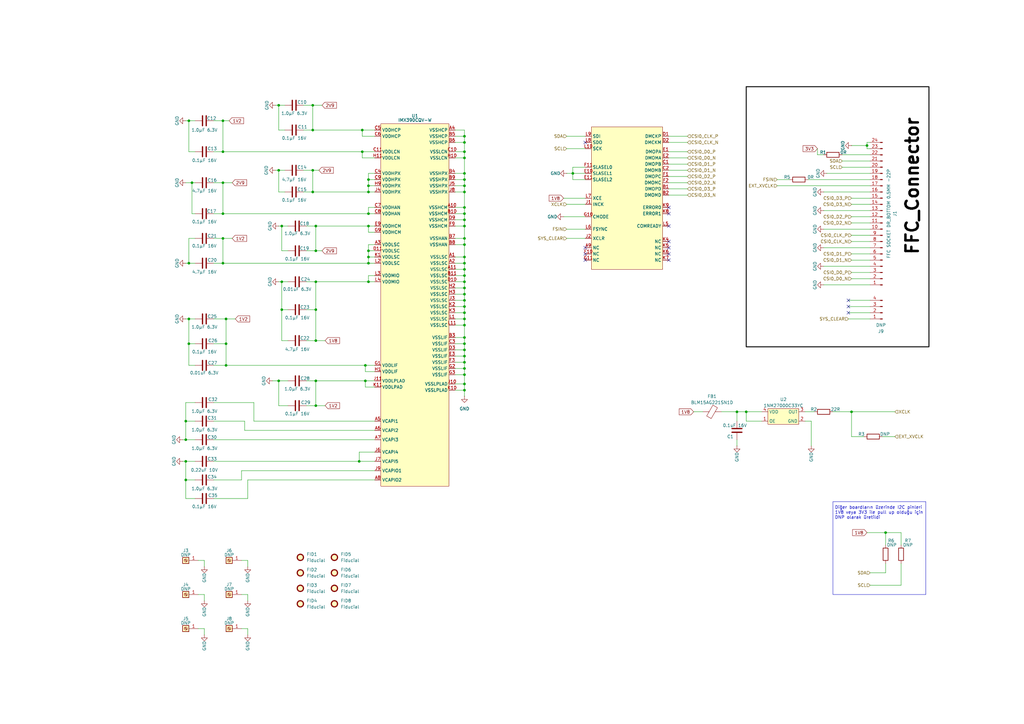
<source format=kicad_sch>
(kicad_sch (version 20250114) (generator "eeschema") (generator_version "9.0")
  (paper "A3")
  (rectangle (start 306.07 35.56) (end 381 142.24) (stroke (width 0.381) (color 0 0 0 1)))
  (rectangle (start 341.63 205.74) (end 379.73 243.84))
  (text "Diğer boardların üzerinde I2C pinleri\n1V8 veya 3V3 ile pull up olduğu için \nDNP olarak üretildi\n" (at 342.392 210.312 0) (effects (font (size 1.27 1.27)) (justify left)))
  (text "FFC_Connector" (at 374.142 76.454 90) (effects (font (size 5.08 5.08) (bold yes))))
  (junction (at 190.5 105.41))
  (junction (at 91.44 74.93))
  (junction (at 190.5 140.97))
  (junction (at 190.5 55.88))
  (junction (at 190.5 146.05))
  (junction (at 190.5 58.42))
  (junction (at 190.5 73.66))
  (junction (at 128.27 69.85))
  (junction (at 147.32 189.23))
  (junction (at 91.44 49.53))
  (junction (at 78.74 74.93))
  (junction (at 190.5 120.65))
  (junction (at 91.44 97.79))
  (junction (at 190.5 125.73))
  (junction (at 115.57 92.71))
  (junction (at 149.86 149.86))
  (junction (at 115.57 115.57))
  (junction (at 190.5 128.27))
  (junction (at 151.13 92.71))
  (junction (at 190.5 87.63))
  (junction (at 92.71 149.86))
  (junction (at 128.27 43.18))
  (junction (at 190.5 85.09))
  (junction (at 190.5 123.19))
  (junction (at 190.5 62.23))
  (junction (at 190.5 113.03))
  (junction (at 114.3 156.21))
  (junction (at 190.5 118.11))
  (junction (at 151.13 73.66))
  (junction (at 129.54 115.57))
  (junction (at 190.5 153.67))
  (junction (at 76.2 172.72))
  (junction (at 129.54 166.37))
  (junction (at 149.86 156.21))
  (junction (at 306.07 168.91))
  (junction (at 129.54 92.71))
  (junction (at 190.5 78.74))
  (junction (at 91.44 87.63))
  (junction (at 355.6 59.69))
  (junction (at 190.5 71.12))
  (junction (at 148.59 53.34))
  (junction (at 77.47 107.95))
  (junction (at 115.57 127))
  (junction (at 190.5 64.77))
  (junction (at 190.5 92.71))
  (junction (at 76.2 180.34))
  (junction (at 77.47 140.97))
  (junction (at 234.95 71.12))
  (junction (at 128.27 78.74))
  (junction (at 363.22 218.44))
  (junction (at 77.47 130.81))
  (junction (at 128.27 53.34))
  (junction (at 190.5 76.2))
  (junction (at 92.71 140.97))
  (junction (at 190.5 148.59))
  (junction (at 151.13 102.87))
  (junction (at 151.13 115.57))
  (junction (at 349.25 168.91))
  (junction (at 190.5 130.81))
  (junction (at 151.13 87.63))
  (junction (at 190.5 143.51))
  (junction (at 129.54 102.87))
  (junction (at 190.5 110.49))
  (junction (at 76.2 189.23))
  (junction (at 190.5 90.17))
  (junction (at 151.13 78.74))
  (junction (at 114.3 43.18))
  (junction (at 91.44 107.95))
  (junction (at 190.5 97.79))
  (junction (at 151.13 105.41))
  (junction (at 129.54 156.21))
  (junction (at 129.54 127))
  (junction (at 190.5 100.33))
  (junction (at 190.5 157.48))
  (junction (at 190.5 151.13))
  (junction (at 92.71 130.81))
  (junction (at 190.5 115.57))
  (junction (at 148.59 62.23))
  (junction (at 190.5 107.95))
  (junction (at 129.54 139.7))
  (junction (at 190.5 160.02))
  (junction (at 76.2 196.85))
  (junction (at 151.13 107.95))
  (junction (at 114.3 69.85))
  (junction (at 302.26 168.91))
  (junction (at 77.47 49.53))
  (junction (at 190.5 138.43))
  (junction (at 91.44 62.23))
  (junction (at 190.5 133.35))
  (junction (at 151.13 76.2))
  (no_connect (at 240.03 104.14))
  (no_connect (at 274.32 92.71))
  (no_connect (at 240.03 106.68))
  (no_connect (at 240.03 58.42))
  (no_connect (at 274.32 101.6))
  (no_connect (at 347.98 123.19))
  (no_connect (at 274.32 87.63))
  (no_connect (at 240.03 101.6))
  (no_connect (at 347.98 125.73))
  (no_connect (at 347.98 128.27))
  (no_connect (at 274.32 99.06))
  (no_connect (at 274.32 85.09))
  (no_connect (at 274.32 104.14))
  (no_connect (at 274.32 106.68))
  (wire (pts (xy 281.94 80.01) (xy 274.32 80.01)))
  (wire (pts (xy 355.6 58.42) (xy 355.6 59.69)))
  (wire (pts (xy 77.47 140.97) (xy 77.47 149.86)))
  (wire (pts (xy 93.98 49.53) (xy 91.44 49.53)))
  (wire (pts (xy 129.54 156.21) (xy 149.86 156.21)))
  (wire (pts (xy 125.73 156.21) (xy 129.54 156.21)))
  (wire (pts (xy 349.25 96.52) (xy 356.87 96.52)))
  (wire (pts (xy 190.5 157.48) (xy 190.5 160.02)))
  (wire (pts (xy 100.33 172.72) (xy 100.33 176.53)))
  (wire (pts (xy 349.25 111.76) (xy 356.87 111.76)))
  (wire (pts (xy 151.13 115.57) (xy 153.67 115.57)))
  (wire (pts (xy 147.32 189.23) (xy 153.67 189.23)))
  (wire (pts (xy 190.5 71.12) (xy 190.5 73.66)))
  (wire (pts (xy 186.69 140.97) (xy 190.5 140.97)))
  (wire (pts (xy 190.5 76.2) (xy 190.5 78.74)))
  (wire (pts (xy 148.59 53.34) (xy 153.67 53.34)))
  (wire (pts (xy 190.5 143.51) (xy 190.5 146.05)))
  (wire (pts (xy 151.13 105.41) (xy 151.13 107.95)))
  (wire (pts (xy 83.82 229.87) (xy 83.82 232.41)))
  (wire (pts (xy 114.3 166.37) (xy 118.11 166.37)))
  (wire (pts (xy 190.5 115.57) (xy 190.5 118.11)))
  (wire (pts (xy 104.14 172.72) (xy 153.67 172.72)))
  (wire (pts (xy 151.13 73.66) (xy 151.13 76.2)))
  (wire (pts (xy 78.74 74.93) (xy 78.74 87.63)))
  (wire (pts (xy 341.63 168.91) (xy 349.25 168.91)))
  (wire (pts (xy 151.13 78.74) (xy 153.67 78.74)))
  (wire (pts (xy 355.6 59.69) (xy 355.6 60.96)))
  (wire (pts (xy 186.69 146.05) (xy 190.5 146.05)))
  (wire (pts (xy 115.57 127) (xy 115.57 115.57)))
  (wire (pts (xy 87.63 180.34) (xy 153.67 180.34)))
  (wire (pts (xy 76.2 172.72) (xy 80.01 172.72)))
  (wire (pts (xy 274.32 55.88) (xy 281.94 55.88)))
  (wire (pts (xy 77.47 107.95) (xy 77.47 97.79)))
  (wire (pts (xy 190.5 97.79) (xy 190.5 100.33)))
  (wire (pts (xy 274.32 67.31) (xy 281.94 67.31)))
  (wire (pts (xy 186.69 62.23) (xy 190.5 62.23)))
  (wire (pts (xy 151.13 100.33) (xy 151.13 102.87)))
  (wire (pts (xy 91.44 97.79) (xy 87.63 97.79)))
  (wire (pts (xy 114.3 69.85) (xy 114.3 78.74)))
  (wire (pts (xy 115.57 92.71) (xy 115.57 102.87)))
  (wire (pts (xy 318.77 73.66) (xy 323.85 73.66)))
  (wire (pts (xy 190.5 138.43) (xy 190.5 140.97)))
  (wire (pts (xy 281.94 74.93) (xy 274.32 74.93)))
  (wire (pts (xy 91.44 49.53) (xy 91.44 62.23)))
  (wire (pts (xy 151.13 100.33) (xy 153.67 100.33)))
  (wire (pts (xy 91.44 107.95) (xy 151.13 107.95)))
  (wire (pts (xy 347.98 130.81) (xy 356.87 130.81)))
  (wire (pts (xy 115.57 127) (xy 118.11 127)))
  (wire (pts (xy 76.2 189.23) (xy 80.01 189.23)))
  (wire (pts (xy 92.71 130.81) (xy 92.71 140.97)))
  (wire (pts (xy 148.59 64.77) (xy 153.67 64.77)))
  (wire (pts (xy 186.69 105.41) (xy 190.5 105.41)))
  (wire (pts (xy 151.13 115.57) (xy 151.13 113.03)))
  (wire (pts (xy 186.69 133.35) (xy 190.5 133.35)))
  (wire (pts (xy 128.27 78.74) (xy 151.13 78.74)))
  (wire (pts (xy 234.95 71.12) (xy 240.03 71.12)))
  (wire (pts (xy 129.54 127) (xy 129.54 115.57)))
  (wire (pts (xy 190.5 128.27) (xy 190.5 130.81)))
  (wire (pts (xy 190.5 90.17) (xy 190.5 92.71)))
  (wire (pts (xy 306.07 168.91) (xy 312.42 168.91)))
  (wire (pts (xy 91.44 74.93) (xy 95.25 74.93)))
  (wire (pts (xy 147.32 185.42) (xy 147.32 189.23)))
  (wire (pts (xy 186.69 151.13) (xy 190.5 151.13)))
  (wire (pts (xy 284.48 168.91) (xy 288.29 168.91)))
  (wire (pts (xy 76.2 165.1) (xy 80.01 165.1)))
  (wire (pts (xy 91.44 87.63) (xy 151.13 87.63)))
  (wire (pts (xy 91.44 62.23) (xy 87.63 62.23)))
  (wire (pts (xy 77.47 49.53) (xy 76.2 49.53)))
  (wire (pts (xy 302.26 182.88) (xy 302.26 180.34)))
  (wire (pts (xy 234.95 73.66) (xy 240.03 73.66)))
  (wire (pts (xy 349.25 104.14) (xy 356.87 104.14)))
  (wire (pts (xy 186.69 76.2) (xy 190.5 76.2)))
  (wire (pts (xy 128.27 53.34) (xy 148.59 53.34)))
  (wire (pts (xy 337.82 109.22) (xy 356.87 109.22)))
  (wire (pts (xy 128.27 43.18) (xy 128.27 53.34)))
  (wire (pts (xy 349.25 88.9) (xy 356.87 88.9)))
  (wire (pts (xy 186.69 130.81) (xy 190.5 130.81)))
  (wire (pts (xy 83.82 257.81) (xy 81.28 257.81)))
  (wire (pts (xy 190.5 153.67) (xy 190.5 157.48)))
  (wire (pts (xy 128.27 69.85) (xy 128.27 78.74)))
  (wire (pts (xy 151.13 85.09) (xy 153.67 85.09)))
  (wire (pts (xy 186.69 148.59) (xy 190.5 148.59)))
  (wire (pts (xy 332.74 172.72) (xy 330.2 172.72)))
  (wire (pts (xy 115.57 92.71) (xy 114.3 92.71)))
  (wire (pts (xy 148.59 62.23) (xy 148.59 64.77)))
  (wire (pts (xy 76.2 196.85) (xy 80.01 196.85)))
  (wire (pts (xy 77.47 130.81) (xy 76.2 130.81)))
  (wire (pts (xy 101.6 243.84) (xy 99.06 243.84)))
  (wire (pts (xy 190.5 148.59) (xy 190.5 151.13)))
  (wire (pts (xy 186.69 53.34) (xy 190.5 53.34)))
  (wire (pts (xy 114.3 69.85) (xy 116.84 69.85)))
  (wire (pts (xy 347.98 123.19) (xy 356.87 123.19)))
  (wire (pts (xy 349.25 99.06) (xy 356.87 99.06)))
  (wire (pts (xy 87.63 149.86) (xy 92.71 149.86)))
  (wire (pts (xy 149.86 149.86) (xy 149.86 152.4)))
  (wire (pts (xy 349.25 106.68) (xy 356.87 106.68)))
  (wire (pts (xy 87.63 204.47) (xy 101.6 204.47)))
  (wire (pts (xy 369.57 231.14) (xy 369.57 240.03)))
  (wire (pts (xy 91.44 107.95) (xy 87.63 107.95)))
  (wire (pts (xy 80.01 140.97) (xy 77.47 140.97)))
  (wire (pts (xy 101.6 196.85) (xy 153.67 196.85)))
  (wire (pts (xy 335.28 60.96) (xy 335.28 63.5)))
  (wire (pts (xy 151.13 95.25) (xy 153.67 95.25)))
  (wire (pts (xy 87.63 189.23) (xy 147.32 189.23)))
  (wire (pts (xy 186.69 92.71) (xy 190.5 92.71)))
  (wire (pts (xy 186.69 118.11) (xy 190.5 118.11)))
  (wire (pts (xy 114.3 156.21) (xy 118.11 156.21)))
  (wire (pts (xy 330.2 168.91) (xy 334.01 168.91)))
  (wire (pts (xy 232.41 93.98) (xy 240.03 93.98)))
  (wire (pts (xy 80.01 130.81) (xy 77.47 130.81)))
  (wire (pts (xy 151.13 73.66) (xy 153.67 73.66)))
  (wire (pts (xy 186.69 87.63) (xy 190.5 87.63)))
  (wire (pts (xy 76.2 204.47) (xy 80.01 204.47)))
  (wire (pts (xy 116.84 78.74) (xy 114.3 78.74)))
  (wire (pts (xy 186.69 64.77) (xy 190.5 64.77)))
  (wire (pts (xy 190.5 78.74) (xy 190.5 85.09)))
  (wire (pts (xy 355.6 60.96) (xy 356.87 60.96)))
  (wire (pts (xy 149.86 152.4) (xy 153.67 152.4)))
  (wire (pts (xy 148.59 53.34) (xy 148.59 55.88)))
  (wire (pts (xy 349.25 168.91) (xy 349.25 179.07)))
  (wire (pts (xy 87.63 172.72) (xy 100.33 172.72)))
  (wire (pts (xy 190.5 146.05) (xy 190.5 148.59)))
  (wire (pts (xy 186.69 85.09) (xy 190.5 85.09)))
  (wire (pts (xy 129.54 102.87) (xy 125.73 102.87)))
  (wire (pts (xy 190.5 151.13) (xy 190.5 153.67)))
  (wire (pts (xy 151.13 85.09) (xy 151.13 87.63)))
  (wire (pts (xy 147.32 185.42) (xy 153.67 185.42)))
  (wire (pts (xy 115.57 115.57) (xy 118.11 115.57)))
  (wire (pts (xy 77.47 149.86) (xy 80.01 149.86)))
  (wire (pts (xy 186.69 143.51) (xy 190.5 143.51)))
  (wire (pts (xy 349.25 114.3) (xy 356.87 114.3)))
  (wire (pts (xy 190.5 55.88) (xy 190.5 58.42)))
  (wire (pts (xy 113.03 69.85) (xy 114.3 69.85)))
  (wire (pts (xy 363.22 218.44) (xy 369.57 218.44)))
  (wire (pts (xy 345.44 68.58) (xy 356.87 68.58)))
  (wire (pts (xy 190.5 107.95) (xy 190.5 110.49)))
  (wire (pts (xy 87.63 130.81) (xy 92.71 130.81)))
  (wire (pts (xy 87.63 165.1) (xy 104.14 165.1)))
  (wire (pts (xy 345.44 63.5) (xy 356.87 63.5)))
  (wire (pts (xy 125.73 166.37) (xy 129.54 166.37)))
  (wire (pts (xy 274.32 58.42) (xy 281.94 58.42)))
  (wire (pts (xy 132.08 43.18) (xy 128.27 43.18)))
  (wire (pts (xy 151.13 107.95) (xy 153.67 107.95)))
  (wire (pts (xy 91.44 97.79) (xy 95.25 97.79)))
  (wire (pts (xy 186.69 153.67) (xy 190.5 153.67)))
  (wire (pts (xy 114.3 43.18) (xy 114.3 53.34)))
  (wire (pts (xy 151.13 113.03) (xy 153.67 113.03)))
  (wire (pts (xy 77.47 130.81) (xy 77.47 140.97)))
  (wire (pts (xy 99.06 193.04) (xy 153.67 193.04)))
  (wire (pts (xy 125.73 115.57) (xy 129.54 115.57)))
  (wire (pts (xy 91.44 74.93) (xy 87.63 74.93)))
  (wire (pts (xy 369.57 218.44) (xy 369.57 223.52)))
  (wire (pts (xy 100.33 176.53) (xy 153.67 176.53)))
  (wire (pts (xy 349.25 81.28) (xy 356.87 81.28)))
  (wire (pts (xy 151.13 87.63) (xy 153.67 87.63)))
  (wire (pts (xy 281.94 77.47) (xy 274.32 77.47)))
  (wire (pts (xy 125.73 139.7) (xy 129.54 139.7)))
  (wire (pts (xy 116.84 43.18) (xy 114.3 43.18)))
  (wire (pts (xy 101.6 196.85) (xy 101.6 204.47)))
  (wire (pts (xy 92.71 130.81) (xy 96.52 130.81)))
  (wire (pts (xy 186.69 97.79) (xy 190.5 97.79)))
  (wire (pts (xy 151.13 102.87) (xy 153.67 102.87)))
  (wire (pts (xy 186.69 110.49) (xy 190.5 110.49)))
  (wire (pts (xy 306.07 172.72) (xy 312.42 172.72)))
  (wire (pts (xy 91.44 62.23) (xy 148.59 62.23)))
  (wire (pts (xy 190.5 58.42) (xy 190.5 62.23)))
  (wire (pts (xy 349.25 83.82) (xy 356.87 83.82)))
  (wire (pts (xy 149.86 158.75) (xy 153.67 158.75)))
  (wire (pts (xy 190.5 85.09) (xy 190.5 87.63)))
  (wire (pts (xy 80.01 97.79) (xy 77.47 97.79)))
  (wire (pts (xy 232.41 55.88) (xy 240.03 55.88)))
  (wire (pts (xy 232.41 83.82) (xy 240.03 83.82)))
  (wire (pts (xy 151.13 92.71) (xy 153.67 92.71)))
  (wire (pts (xy 231.14 81.28) (xy 240.03 81.28)))
  (wire (pts (xy 76.2 172.72) (xy 76.2 165.1)))
  (wire (pts (xy 190.5 100.33) (xy 190.5 105.41)))
  (wire (pts (xy 80.01 62.23) (xy 77.47 62.23)))
  (wire (pts (xy 349.25 179.07) (xy 354.33 179.07)))
  (wire (pts (xy 190.5 118.11) (xy 190.5 120.65)))
  (wire (pts (xy 118.11 92.71) (xy 115.57 92.71)))
  (wire (pts (xy 274.32 64.77) (xy 281.94 64.77)))
  (wire (pts (xy 104.14 165.1) (xy 104.14 172.72)))
  (wire (pts (xy 80.01 87.63) (xy 78.74 87.63)))
  (wire (pts (xy 77.47 49.53) (xy 77.47 62.23)))
  (wire (pts (xy 129.54 92.71) (xy 151.13 92.71)))
  (wire (pts (xy 190.5 130.81) (xy 190.5 133.35)))
  (wire (pts (xy 129.54 115.57) (xy 151.13 115.57)))
  (wire (pts (xy 186.69 157.48) (xy 190.5 157.48)))
  (wire (pts (xy 190.5 62.23) (xy 190.5 64.77)))
  (wire (pts (xy 151.13 71.12) (xy 151.13 73.66)))
  (wire (pts (xy 148.59 62.23) (xy 153.67 62.23)))
  (wire (pts (xy 186.69 71.12) (xy 190.5 71.12)))
  (wire (pts (xy 337.82 78.74) (xy 356.87 78.74)))
  (wire (pts (xy 74.93 180.34) (xy 76.2 180.34)))
  (wire (pts (xy 337.82 93.98) (xy 356.87 93.98)))
  (wire (pts (xy 99.06 193.04) (xy 99.06 196.85)))
  (wire (pts (xy 151.13 102.87) (xy 151.13 105.41)))
  (wire (pts (xy 133.35 139.7) (xy 129.54 139.7)))
  (wire (pts (xy 232.41 97.79) (xy 240.03 97.79)))
  (wire (pts (xy 190.5 110.49) (xy 190.5 113.03)))
  (wire (pts (xy 129.54 166.37) (xy 129.54 156.21)))
  (wire (pts (xy 116.84 53.34) (xy 114.3 53.34)))
  (wire (pts (xy 318.77 76.2) (xy 356.87 76.2)))
  (wire (pts (xy 124.46 53.34) (xy 128.27 53.34)))
  (wire (pts (xy 190.5 123.19) (xy 190.5 125.73)))
  (wire (pts (xy 151.13 76.2) (xy 153.67 76.2)))
  (wire (pts (xy 128.27 69.85) (xy 124.46 69.85)))
  (wire (pts (xy 76.2 180.34) (xy 80.01 180.34)))
  (wire (pts (xy 274.32 62.23) (xy 281.94 62.23)))
  (wire (pts (xy 190.5 87.63) (xy 190.5 90.17)))
  (wire (pts (xy 125.73 127) (xy 129.54 127)))
  (wire (pts (xy 186.69 160.02) (xy 190.5 160.02)))
  (wire (pts (xy 355.6 218.44) (xy 363.22 218.44)))
  (wire (pts (xy 302.26 168.91) (xy 302.26 172.72)))
  (wire (pts (xy 151.13 105.41) (xy 153.67 105.41)))
  (wire (pts (xy 335.28 63.5) (xy 337.82 63.5)))
  (wire (pts (xy 151.13 71.12) (xy 153.67 71.12)))
  (wire (pts (xy 332.74 182.88) (xy 332.74 172.72)))
  (wire (pts (xy 76.2 180.34) (xy 76.2 172.72)))
  (wire (pts (xy 186.69 55.88) (xy 190.5 55.88)))
  (wire (pts (xy 349.25 91.44) (xy 356.87 91.44)))
  (wire (pts (xy 76.2 189.23) (xy 76.2 196.85)))
  (wire (pts (xy 190.5 160.02) (xy 190.5 162.56)))
  (wire (pts (xy 125.73 92.71) (xy 129.54 92.71)))
  (wire (pts (xy 190.5 120.65) (xy 190.5 123.19)))
  (wire (pts (xy 129.54 139.7) (xy 129.54 127)))
  (wire (pts (xy 234.95 68.58) (xy 234.95 71.12)))
  (wire (pts (xy 186.69 58.42) (xy 190.5 58.42)))
  (wire (pts (xy 190.5 113.03) (xy 190.5 115.57)))
  (wire (pts (xy 128.27 69.85) (xy 130.81 69.85)))
  (wire (pts (xy 190.5 73.66) (xy 190.5 76.2)))
  (wire (pts (xy 92.71 149.86) (xy 149.86 149.86)))
  (wire (pts (xy 87.63 196.85) (xy 99.06 196.85)))
  (wire (pts (xy 101.6 257.81) (xy 101.6 260.35)))
  (wire (pts (xy 337.82 101.6) (xy 356.87 101.6)))
  (wire (pts (xy 118.11 102.87) (xy 115.57 102.87)))
  (wire (pts (xy 91.44 49.53) (xy 87.63 49.53)))
  (wire (pts (xy 339.09 71.12) (xy 356.87 71.12)))
  (wire (pts (xy 78.74 74.93) (xy 76.2 74.93)))
  (wire (pts (xy 355.6 58.42) (xy 356.87 58.42)))
  (wire (pts (xy 363.22 231.14) (xy 363.22 234.95)))
  (wire (pts (xy 129.54 166.37) (xy 133.35 166.37)))
  (wire (pts (xy 186.69 78.74) (xy 190.5 78.74)))
  (wire (pts (xy 281.94 72.39) (xy 274.32 72.39)))
  (wire (pts (xy 83.82 257.81) (xy 83.82 260.35)))
  (wire (pts (xy 349.25 168.91) (xy 367.03 168.91)))
  (wire (pts (xy 337.82 116.84) (xy 356.87 116.84)))
  (wire (pts (xy 190.5 105.41) (xy 190.5 107.95)))
  (wire (pts (xy 331.47 73.66) (xy 356.87 73.66)))
  (wire (pts (xy 356.87 234.95) (xy 363.22 234.95)))
  (wire (pts (xy 306.07 168.91) (xy 306.07 172.72)))
  (wire (pts (xy 232.41 71.12) (xy 234.95 71.12)))
  (wire (pts (xy 77.47 107.95) (xy 80.01 107.95)))
  (wire (pts (xy 115.57 139.7) (xy 115.57 127)))
  (wire (pts (xy 101.6 229.87) (xy 99.06 229.87)))
  (wire (pts (xy 114.3 156.21) (xy 114.3 166.37)))
  (wire (pts (xy 190.5 64.77) (xy 190.5 71.12)))
  (wire (pts (xy 190.5 92.71) (xy 190.5 97.79)))
  (wire (pts (xy 186.69 128.27) (xy 190.5 128.27)))
  (wire (pts (xy 151.13 76.2) (xy 151.13 78.74)))
  (wire (pts (xy 149.86 156.21) (xy 149.86 158.75)))
  (wire (pts (xy 186.69 123.19) (xy 190.5 123.19)))
  (wire (pts (xy 349.25 59.69) (xy 355.6 59.69)))
  (wire (pts (xy 115.57 115.57) (xy 114.3 115.57)))
  (wire (pts (xy 345.44 66.04) (xy 356.87 66.04)))
  (wire (pts (xy 186.69 90.17) (xy 190.5 90.17)))
  (wire (pts (xy 83.82 243.84) (xy 81.28 243.84)))
  (wire (pts (xy 124.46 43.18) (xy 128.27 43.18)))
  (wire (pts (xy 83.82 229.87) (xy 81.28 229.87)))
  (wire (pts (xy 83.82 243.84) (xy 83.82 246.38)))
  (wire (pts (xy 148.59 55.88) (xy 153.67 55.88)))
  (wire (pts (xy 232.41 60.96) (xy 240.03 60.96)))
  (wire (pts (xy 129.54 92.71) (xy 129.54 102.87)))
  (wire (pts (xy 361.95 179.07) (xy 367.03 179.07)))
  (wire (pts (xy 91.44 87.63) (xy 87.63 87.63)))
  (wire (pts (xy 101.6 229.87) (xy 101.6 232.41)))
  (wire (pts (xy 274.32 69.85) (xy 281.94 69.85)))
  (wire (pts (xy 190.5 133.35) (xy 190.5 138.43)))
  (wire (pts (xy 87.63 140.97) (xy 92.71 140.97)))
  (wire (pts (xy 115.57 139.7) (xy 118.11 139.7)))
  (wire (pts (xy 347.98 128.27) (xy 356.87 128.27)))
  (wire (pts (xy 186.69 138.43) (xy 190.5 138.43)))
  (wire (pts (xy 128.27 78.74) (xy 124.46 78.74)))
  (wire (pts (xy 76.2 196.85) (xy 76.2 204.47)))
  (wire (pts (xy 363.22 218.44) (xy 363.22 223.52)))
  (wire (pts (xy 356.87 240.03) (xy 369.57 240.03)))
  (wire (pts (xy 186.69 107.95) (xy 190.5 107.95)))
  (wire (pts (xy 114.3 43.18) (xy 113.03 43.18)))
  (wire (pts (xy 149.86 156.21) (xy 153.67 156.21)))
  (wire (pts (xy 101.6 243.84) (xy 101.6 246.38)))
  (wire (pts (xy 186.69 113.03) (xy 190.5 113.03)))
  (wire (pts (xy 186.69 100.33) (xy 190.5 100.33)))
  (wire (pts (xy 234.95 68.58) (xy 240.03 68.58)))
  (wire (pts (xy 190.5 140.97) (xy 190.5 143.51)))
  (wire (pts (xy 80.01 74.93) (xy 78.74 74.93)))
  (wire (pts (xy 77.47 107.95) (xy 76.2 107.95)))
  (wire (pts (xy 190.5 53.34) (xy 190.5 55.88)))
  (wire (pts (xy 111.76 156.21) (xy 114.3 156.21)))
  (wire (pts (xy 231.14 88.9) (xy 240.03 88.9)))
  (wire (pts (xy 186.69 115.57) (xy 190.5 115.57)))
  (wire (pts (xy 101.6 257.81) (xy 99.06 257.81)))
  (wire (pts (xy 80.01 49.53) (xy 77.47 49.53)))
  (wire (pts (xy 186.69 125.73) (xy 190.5 125.73)))
  (wire (pts (xy 347.98 125.73) (xy 356.87 125.73)))
  (wire (pts (xy 129.54 102.87) (xy 132.08 102.87)))
  (wire (pts (xy 151.13 92.71) (xy 151.13 95.25)))
  (wire (pts (xy 190.5 125.73) (xy 190.5 128.27)))
  (wire (pts (xy 92.71 140.97) (xy 92.71 149.86)))
  (wire (pts (xy 91.44 107.95) (xy 91.44 97.79)))
  (wire (pts (xy 295.91 168.91) (xy 302.26 168.91)))
  (wire (pts (xy 337.82 86.36) (xy 356.87 86.36)))
  (wire (pts (xy 302.26 168.91) (xy 306.07 168.91)))
  (wire (pts (xy 91.44 74.93) (xy 91.44 87.63)))
  (wire (pts (xy 74.93 189.23) (xy 76.2 189.23)))
  (wire (pts (xy 186.69 73.66) (xy 190.5 73.66)))
  (wire (pts (xy 149.86 149.86) (xy 153.67 149.86)))
  (wire (pts (xy 234.95 71.12) (xy 234.95 73.66)))
  (wire (pts (xy 186.69 120.65) (xy 190.5 120.65)))
  (global_label "2V9" (shape input) (at 95.25 74.93 0) (property "Intersheetrefs" "${INTERSHEET_REFS}" (effects (hide yes))))
  (global_label "1V8" (shape input) (at 355.6 218.44 180) (property "Intersheetrefs" "${INTERSHEET_REFS}" (effects (hide yes))))
  (global_label "1V8" (shape input) (at 284.48 168.91 180) (property "Intersheetrefs" "${INTERSHEET_REFS}" (effects (hide yes))))
  (global_label "2V9" (shape input) (at 132.08 102.87 0) (property "Intersheetrefs" "${INTERSHEET_REFS}" (effects (hide yes))))
  (global_label "1V2" (shape input) (at 133.35 166.37 0) (property "Intersheetrefs" "${INTERSHEET_REFS}" (effects (hide yes))))
  (global_label "1V8" (shape input) (at 133.35 139.7 0) (property "Intersheetrefs" "${INTERSHEET_REFS}" (effects (hide yes))))
  (global_label "1V8" (shape input) (at 231.14 81.28 180) (property "Intersheetrefs" "${INTERSHEET_REFS}" (effects (hide yes))))
  (global_label "1V2" (shape input) (at 96.52 130.81 0) (property "Intersheetrefs" "${INTERSHEET_REFS}" (effects (hide yes))))
  (global_label "1V2" (shape input) (at 93.98 49.53 0) (property "Intersheetrefs" "${INTERSHEET_REFS}" (effects (hide yes))))
  (global_label "1V2" (shape input) (at 95.25 97.79 0) (property "Intersheetrefs" "${INTERSHEET_REFS}" (effects (hide yes))))
  (global_label "2V9" (shape input) (at 132.08 43.18 0) (property "Intersheetrefs" "${INTERSHEET_REFS}" (effects (hide yes))))
  (global_label "3V3" (shape input) (at 335.28 60.96 180) (property "Intersheetrefs" "${INTERSHEET_REFS}" (effects (hide yes))))
  (global_label "2V9" (shape input) (at 130.81 69.85 0) (property "Intersheetrefs" "${INTERSHEET_REFS}" (effects (hide yes))))
  (hierarchical_label "CSI0_D3_P" (shape input) (at 349.25 81.28 180))
  (hierarchical_label "SCL" (shape input) (at 356.87 240.03 180))
  (hierarchical_label "SCL" (shape input) (at 345.44 68.58 180))
  (hierarchical_label "CSI0_D3_N" (shape input) (at 281.94 80.01 0))
  (hierarchical_label "CSI0_D0_N" (shape input) (at 281.94 64.77 0))
  (hierarchical_label "CSI0_D1_P" (shape input) (at 349.25 104.14 180))
  (hierarchical_label "CSI0_D1_N" (shape input) (at 281.94 69.85 0))
  (hierarchical_label "CSI0_D1_P" (shape input) (at 281.94 67.31 0))
  (hierarchical_label "CSI0_D0_N" (shape input) (at 349.25 114.3 180))
  (hierarchical_label "EXT_XVCLK" (shape input) (at 367.03 179.07 0))
  (hierarchical_label "FSIN" (shape input) (at 232.41 93.98 180))
  (hierarchical_label "CSI0_D0_P" (shape input) (at 349.25 111.76 180))
  (hierarchical_label "CSI0_CLK_P" (shape input) (at 281.94 55.88 0))
  (hierarchical_label "CSI0_D3_P" (shape input) (at 281.94 77.47 0))
  (hierarchical_label "SDA" (shape input) (at 356.87 234.95 180))
  (hierarchical_label "CSI0_D2_N" (shape input) (at 281.94 74.93 0))
  (hierarchical_label "CSI0_D2_N" (shape input) (at 349.25 91.44 180))
  (hierarchical_label "FSIN" (shape input) (at 318.77 73.66 180))
  (hierarchical_label "CSI0_CLK_N" (shape input) (at 281.94 58.42 0))
  (hierarchical_label "CSI0_CLK_N" (shape input) (at 349.25 99.06 180))
  (hierarchical_label "SCL" (shape input) (at 232.41 60.96 180))
  (hierarchical_label "CSI0_CLK_P" (shape input) (at 349.25 96.52 180))
  (hierarchical_label "XCLK" (shape input) (at 232.41 83.82 180))
  (hierarchical_label "SYS_CLEAR" (shape input) (at 347.98 130.81 180))
  (hierarchical_label "SYS_CLEAR" (shape input) (at 232.41 97.79 180))
  (hierarchical_label "XCLK" (shape input) (at 367.03 168.91 0))
  (hierarchical_label "SDA" (shape input) (at 232.41 55.88 180))
  (hierarchical_label "CSI0_D2_P" (shape input) (at 281.94 72.39 0))
  (hierarchical_label "EXT_XVCLK" (shape input) (at 318.77 76.2 180))
  (hierarchical_label "CSI0_D3_N" (shape input) (at 349.25 83.82 180))
  (hierarchical_label "CSI0_D2_P" (shape input) (at 349.25 88.9 180))
  (hierarchical_label "CSI0_D0_P" (shape input) (at 281.94 62.23 0))
  (hierarchical_label "SDA" (shape input) (at 345.44 66.04 180))
  (hierarchical_label "CSI0_D1_N" (shape input) (at 349.25 106.68 180))
  (symbol (lib_id "Device:C") (at 83.82 140.97 270) (unit 1)
    (property "Reference" "C26" (at 85.344 139.7 90) (effects (justify left)))
    (property "Value" "0.1µF 16V" (at 78.74 144.272 90) (effects (justify left)))
    (property "Footprint" "Capacitor_SMD:C_0402_1005Metric" (effects (hide yes)))
    (property "Description" "Unpolarized capacitor" (effects (hide yes)))
    (property "MPN" "0402YC104KAT2A" (effects (hide yes)))
  )
  (symbol (lib_id "power:GND") (at 101.6 246.38 0) (unit 1)
    (property "Reference" "#PWR036" (effects (hide yes)))
    (property "Value" "GND" (at 101.6 248.92 90) (effects (justify right)))
    (property "Description" "Power symbol creates a global label with name \"GND\" , ground" (effects (hide yes)))
  )
  (symbol (lib_id "Device:C") (at 302.26 176.53 0) (unit 1)
    (property "Reference" "C1" (at 298.196 179.07 0) (effects (justify left)))
    (property "Value" "0.1uF 16V" (at 296.418 174.498 0) (effects (justify left)))
    (property "Footprint" "Capacitor_SMD:C_0402_1005Metric" (effects (hide yes)))
    (property "Description" "Unpolarized capacitor" (effects (hide yes)))
  )
  (symbol (lib_id "Device:C") (at 83.82 149.86 90) (unit 1)
    (property "Reference" "C27" (at 89.154 148.844 90) (effects (justify left)))
    (property "Value" "0.01uF 6.3V" (at 89.662 152.908 90) (effects (justify left)))
    (property "Footprint" "Capacitor_SMD:C_0402_1005Metric" (effects (hide yes)))
    (property "Description" "Unpolarized capacitor" (effects (hide yes)))
    (property "MPN" "GRM155R70J103KA01D" (effects (hide yes)))
  )
  (symbol (lib_id "Connector:Screw_Terminal_01x01") (at 93.98 257.81 180) (unit 1)
    (property "Reference" "J8" (at 93.98 253.746 0))
    (property "Value" "DNP" (at 93.98 255.524 0))
    (property "Footprint" "Footprint Library:Screw" (effects (hide yes)))
    (property "Description" "Generic screw terminal, single row, 01x01, script generated (kicad-library-utils/schlib/autogen/connector/)" (effects (hide yes)))
  )
  (symbol (lib_id "Mechanical:Fiducial") (at 123.19 228.6 0) (unit 1) (exclude_from_sim yes) (in_bom no)
    (property "Reference" "FID1" (at 125.73 227.3299 0) (effects (justify left)))
    (property "Value" "Fiducial" (at 125.73 229.8699 0) (effects (justify left)))
    (property "Footprint" "Footprint Library:Fiducial_0.5mm_Mask1mm" (effects (hide yes)))
    (property "Description" "Fiducial Marker" (effects (hide yes)))
  )
  (symbol (lib_id "power:GND") (at 332.74 182.88 0) (unit 1)
    (property "Reference" "#PWR03" (effects (hide yes)))
    (property "Value" "GND" (at 332.74 185.42 90) (effects (justify right)))
    (property "Description" "Power symbol creates a global label with name \"GND\" , ground" (effects (hide yes)))
  )
  (symbol (lib_id "Device:C") (at 121.92 127 90) (unit 1)
    (property "Reference" "C23" (at 127 125.984 90) (effects (justify left)))
    (property "Value" "0.1µF 16V" (at 127 130.302 90) (effects (justify left)))
    (property "Footprint" "Capacitor_SMD:C_0402_1005Metric" (effects (hide yes)))
    (property "Description" "Unpolarized capacitor" (effects (hide yes)))
    (property "MPN" "0402YC104KAT2A" (effects (hide yes)))
  )
  (symbol (lib_id "Mechanical:Fiducial") (at 137.16 247.65 0) (unit 1) (exclude_from_sim yes) (in_bom no)
    (property "Reference" "FID8" (at 139.7 246.3799 0) (effects (justify left)))
    (property "Value" "Fiducial" (at 139.7 248.9199 0) (effects (justify left)))
    (property "Footprint" "Footprint Library:Fiducial_0.5mm_Mask1mm" (effects (hide yes)))
    (property "Description" "Fiducial Marker" (effects (hide yes)))
  )
  (symbol (lib_id "Device:C") (at 120.65 78.74 270) (unit 1)
    (property "Reference" "C15" (at 121.92 77.724 90) (effects (justify left)))
    (property "Value" "0.1µF 16V" (at 115.57 82.042 90) (effects (justify left)))
    (property "Footprint" "Capacitor_SMD:C_0402_1005Metric" (effects (hide yes)))
    (property "Description" "Unpolarized capacitor" (effects (hide yes)))
    (property "MPN" "0402YC104KAT2A" (effects (hide yes)))
  )
  (symbol (lib_id "Device:R") (at 358.14 179.07 90) (unit 1)
    (property "Reference" "R3" (at 353.314 178.054 90))
    (property "Value" "DNP" (at 362.966 178.054 90))
    (property "Footprint" "Resistor_SMD:R_0402_1005Metric" (effects (hide yes)))
    (property "Description" "Resistor" (effects (hide yes)))
  )
  (symbol (lib_id "power:GND") (at 114.3 92.71 270) (unit 1)
    (property "Reference" "#PWR018" (effects (hide yes)))
    (property "Value" "GND" (at 110.744 92.71 0))
    (property "Description" "Power symbol creates a global label with name \"GND\" , ground" (effects (hide yes)))
  )
  (symbol (lib_id "Device:C") (at 121.92 92.71 270) (unit 1)
    (property "Reference" "C18" (at 122.936 91.694 90) (effects (justify left)))
    (property "Value" "1.0µF 6.3V" (at 116.586 95.758 90) (effects (justify left)))
    (property "Footprint" "Capacitor_SMD:C_0402_1005Metric" (effects (hide yes)))
    (property "Description" "Unpolarized capacitor" (effects (hide yes)))
    (property "MPN" "CL05B105KQ5NQNC" (effects (hide yes)))
  )
  (symbol (lib_id "power:GND") (at 113.03 43.18 270) (unit 1)
    (property "Reference" "#PWR014" (effects (hide yes)))
    (property "Value" "GND" (at 109.474 43.18 0))
    (property "Description" "Power symbol creates a global label with name \"GND\" , ground" (effects (hide yes)))
  )
  (symbol (lib_id "Device:C") (at 83.82 107.95 270) (mirror x) (unit 1)
    (property "Reference" "C20" (at 85.09 106.68 90) (effects (justify left)))
    (property "Value" "4.7µF 16V" (at 78.74 111.506 90) (effects (justify left)))
    (property "Footprint" "Capacitor_SMD:C_0402_1005Metric" (effects (hide yes)))
    (property "Description" "Unpolarized capacitor" (effects (hide yes)))
    (property "MPN" "GRM188Z71C475KE21D" (effects (hide yes)))
  )
  (symbol (lib_id "power:GND") (at 302.26 182.88 0) (unit 1)
    (property "Reference" "#PWR039" (effects (hide yes)))
    (property "Value" "GND" (at 302.26 185.42 90) (effects (justify right)))
    (property "Description" "Power symbol creates a global label with name \"GND\" , ground" (effects (hide yes)))
  )
  (symbol (lib_id "Mechanical:Fiducial") (at 123.19 234.95 0) (unit 1) (exclude_from_sim yes) (in_bom no)
    (property "Reference" "FID2" (at 125.73 233.6799 0) (effects (justify left)))
    (property "Value" "Fiducial" (at 125.73 236.2199 0) (effects (justify left)))
    (property "Footprint" "Footprint Library:Fiducial_0.5mm_Mask1mm" (effects (hide yes)))
    (property "Description" "Fiducial Marker" (effects (hide yes)))
  )
  (symbol (lib_id "Device:C") (at 83.82 87.63 270) (unit 1)
    (property "Reference" "C17" (at 84.836 86.614 90) (effects (justify left)))
    (property "Value" "0.1µF 16V" (at 78.74 90.932 90) (effects (justify left)))
    (property "Footprint" "Capacitor_SMD:C_0402_1005Metric" (effects (hide yes)))
    (property "Description" "Unpolarized capacitor" (effects (hide yes)))
    (property "MPN" "0402YC104KAT2A" (effects (hide yes)))
  )
  (symbol (lib_id "Mechanical:Fiducial") (at 137.16 241.3 0) (unit 1) (exclude_from_sim yes) (in_bom no)
    (property "Reference" "FID7" (at 139.7 240.0299 0) (effects (justify left)))
    (property "Value" "Fiducial" (at 139.7 242.5699 0) (effects (justify left)))
    (property "Footprint" "Footprint Library:Fiducial_0.5mm_Mask1mm" (effects (hide yes)))
    (property "Description" "Fiducial Marker" (effects (hide yes)))
  )
  (symbol (lib_id "power:GND") (at 114.3 115.57 270) (mirror x) (unit 1)
    (property "Reference" "#PWR020" (effects (hide yes)))
    (property "Value" "GND" (at 110.744 115.57 0))
    (property "Description" "Power symbol creates a global label with name \"GND\" , ground" (effects (hide yes)))
  )
  (symbol (lib_id "Connector:Screw_Terminal_01x01") (at 76.2 257.81 180) (unit 1)
    (property "Reference" "J5" (at 76.2 253.746 0))
    (property "Value" "DNP" (at 76.2 255.524 0))
    (property "Footprint" "Footprint Library:Screw" (effects (hide yes)))
    (property "Description" "Generic screw terminal, single row, 01x01, script generated (kicad-library-utils/schlib/autogen/connector/)" (effects (hide yes)))
  )
  (symbol (lib_id "Device:C") (at 83.82 49.53 270) (unit 1)
    (property "Reference" "C12" (at 84.836 48.514 90) (effects (justify left)))
    (property "Value" "1.0µF 6.3V" (at 78.486 53.34 90) (effects (justify left)))
    (property "Footprint" "Capacitor_SMD:C_0402_1005Metric" (effects (hide yes)))
    (property "Description" "Unpolarized capacitor" (effects (hide yes)))
    (property "MPN" "CL05B105KQ5NQNC" (effects (hide yes)))
  )
  (symbol (lib_id "Device:R") (at 363.22 227.33 180) (unit 1)
    (property "Reference" "R6" (at 365.506 221.742 0))
    (property "Value" "DNP" (at 365.76 223.52 0))
    (property "Footprint" "Resistor_SMD:R_0402_1005Metric" (effects (hide yes)))
    (property "Description" "Resistor" (effects (hide yes)))
  )
  (symbol (lib_id "power:GND") (at 76.2 74.93 270) (unit 1)
    (property "Reference" "#PWR017" (effects (hide yes)))
    (property "Value" "GND" (at 72.644 74.93 0))
    (property "Description" "Power symbol creates a global label with name \"GND\" , ground" (effects (hide yes)))
  )
  (symbol (lib_id "Device:C") (at 83.82 62.23 270) (unit 1)
    (property "Reference" "C13" (at 85.09 60.96 90) (effects (justify left)))
    (property "Value" "0.1µF 16V" (at 78.74 65.786 90) (effects (justify left)))
    (property "Footprint" "Capacitor_SMD:C_0402_1005Metric" (effects (hide yes)))
    (property "Description" "Unpolarized capacitor" (effects (hide yes)))
    (property "MPN" "0402YC104KAT2A" (effects (hide yes)))
  )
  (symbol (lib_id "Device:C") (at 83.82 204.47 270) (unit 1)
    (property "Reference" "C35" (at 85.344 203.2 90) (effects (justify left)))
    (property "Value" "0.1µF 16V" (at 78.74 207.772 90) (effects (justify left)))
    (property "Footprint" "Capacitor_SMD:C_0402_1005Metric" (effects (hide yes)))
    (property "Description" "Unpolarized capacitor" (effects (hide yes)))
    (property "MPN" "0402YC104KAT2A" (effects (hide yes)))
  )
  (symbol (lib_id "Mechanical:Fiducial") (at 137.16 234.95 0) (unit 1) (exclude_from_sim yes) (in_bom no)
    (property "Reference" "FID6" (at 139.7 233.6799 0) (effects (justify left)))
    (property "Value" "Fiducial" (at 139.7 236.2199 0) (effects (justify left)))
    (property "Footprint" "Footprint Library:Fiducial_0.5mm_Mask1mm" (effects (hide yes)))
    (property "Description" "Fiducial Marker" (effects (hide yes)))
  )
  (symbol (lib_id "Device:C") (at 121.92 139.7 90) (unit 1)
    (property "Reference" "C22" (at 127 138.684 90) (effects (justify left)))
    (property "Value" "4.7µF 16V" (at 127 143.256 90) (effects (justify left)))
    (property "Footprint" "Capacitor_SMD:C_0402_1005Metric" (effects (hide yes)))
    (property "Description" "Unpolarized capacitor" (effects (hide yes)))
    (property "MPN" "GRM188Z71C475KE21D" (effects (hide yes)))
  )
  (symbol (lib_id "power:GND") (at 337.82 109.22 270) (unit 1)
    (property "Reference" "#PWR033" (effects (hide yes)))
    (property "Value" "GND" (at 334.264 109.22 0))
    (property "Description" "Power symbol creates a global label with name \"GND\" , ground" (effects (hide yes)))
  )
  (symbol (lib_id "Device:C") (at 121.92 156.21 270) (unit 1)
    (property "Reference" "C28" (at 123.19 155.194 90) (effects (justify left)))
    (property "Value" "1.0µF 6.3V" (at 116.586 159.512 90) (effects (justify left)))
    (property "Footprint" "Capacitor_SMD:C_0402_1005Metric" (effects (hide yes)))
    (property "Description" "Unpolarized capacitor" (effects (hide yes)))
    (property "MPN" "CL05B105KQ5NQNC" (effects (hide yes)))
  )
  (symbol (lib_id "Device:C") (at 121.92 102.87 270) (unit 1)
    (property "Reference" "C19" (at 122.936 101.854 90) (effects (justify left)))
    (property "Value" "0.1µF 16V" (at 116.84 106.172 90) (effects (justify left)))
    (property "Footprint" "Capacitor_SMD:C_0402_1005Metric" (effects (hide yes)))
    (property "Description" "Unpolarized capacitor" (effects (hide yes)))
    (property "MPN" "0402YC104KAT2A" (effects (hide yes)))
  )
  (symbol (lib_id "Mechanical:Fiducial") (at 137.16 228.6 0) (unit 1) (exclude_from_sim yes) (in_bom no)
    (property "Reference" "FID5" (at 139.7 227.3299 0) (effects (justify left)))
    (property "Value" "Fiducial" (at 139.7 229.8699 0) (effects (justify left)))
    (property "Footprint" "Footprint Library:Fiducial_0.5mm_Mask1mm" (effects (hide yes)))
    (property "Description" "Fiducial Marker" (effects (hide yes)))
  )
  (symbol (lib_id "Device:R") (at 341.63 63.5 90) (unit 1)
    (property "Reference" "R1" (at 337.566 62.484 90))
    (property "Value" "0R" (at 345.948 62.484 90))
    (property "Footprint" "Resistor_SMD:R_0603_1608Metric" (effects (hide yes)))
    (property "Description" "Resistor" (effects (hide yes)))
  )
  (symbol (lib_id "Device:C") (at 83.82 165.1 270) (mirror x) (unit 1)
    (property "Reference" "C32" (at 85.344 163.83 90) (effects (justify left)))
    (property "Value" "1.0µF 6.3V" (at 78.486 168.656 90) (effects (justify left)))
    (property "Footprint" "Capacitor_SMD:C_0402_1005Metric" (effects (hide yes)))
    (property "Description" "Unpolarized capacitor" (effects (hide yes)))
    (property "MPN" "CL05B105KQ5NQNC" (effects (hide yes)))
  )
  (symbol (lib_id "Mechanical:Fiducial") (at 123.19 247.65 0) (unit 1) (exclude_from_sim yes) (in_bom no)
    (property "Reference" "FID4" (at 125.73 246.3799 0) (effects (justify left)))
    (property "Value" "Fiducial" (at 125.73 248.9199 0) (effects (justify left)))
    (property "Footprint" "Footprint Library:Fiducial_0.5mm_Mask1mm" (effects (hide yes)))
    (property "Description" "Fiducial Marker" (effects (hide yes)))
  )
  (symbol (lib_id "power:GND") (at 76.2 130.81 270) (unit 1)
    (property "Reference" "#PWR021" (effects (hide yes)))
    (property "Value" "GND" (at 72.644 130.81 0))
    (property "Description" "Power symbol creates a global label with name \"GND\" , ground" (effects (hide yes)))
  )
  (symbol (lib_id "power:GND") (at 101.6 260.35 0) (unit 1)
    (property "Reference" "#PWR037" (effects (hide yes)))
    (property "Value" "GND" (at 101.6 262.89 90) (effects (justify right)))
    (property "Description" "Power symbol creates a global label with name \"GND\" , ground" (effects (hide yes)))
  )
  (symbol (lib_id "Device:C") (at 83.82 196.85 270) (mirror x) (unit 1)
    (property "Reference" "C34" (at 85.09 195.58 90) (effects (justify left)))
    (property "Value" "1.0µF 6.3V" (at 78.486 200.406 90) (effects (justify left)))
    (property "Footprint" "Capacitor_SMD:C_0402_1005Metric" (effects (hide yes)))
    (property "Description" "Unpolarized capacitor" (effects (hide yes)))
    (property "MPN" "CL05B105KQ5NQNC" (effects (hide yes)))
  )
  (symbol (lib_id "Device:C") (at 83.82 172.72 270) (mirror x) (unit 1)
    (property "Reference" "C31" (at 85.09 171.45 90) (effects (justify left)))
    (property "Value" "1.0µF 6.3V" (at 78.486 176.276 90) (effects (justify left)))
    (property "Footprint" "Capacitor_SMD:C_0402_1005Metric" (effects (hide yes)))
    (property "Description" "Unpolarized capacitor" (effects (hide yes)))
    (property "MPN" "CL05B105KQ5NQNC" (effects (hide yes)))
  )
  (symbol (lib_id "Connector:Conn_01x02_Pin") (at 361.95 130.81 180) (unit 1)
    (property "Reference" "J9" (at 361.315 135.89 0))
    (property "Value" "DNP" (at 361.315 133.35 0))
    (property "Footprint" "Connector_PinHeader_2.00mm:PinHeader_1x04_P2.00mm_Vertical" (effects (hide yes)))
    (property "Description" "Generic connector, single row, 01x02, script generated" (effects (hide yes)))
  )
  (symbol (lib_id "Symbol:IMX390CQV-W") (at 170.18 40.64 0) (unit 1)
    (property "Reference" "U1" (at 170.18 47.498 0))
    (property "Value" "IMX390CQV-W" (at 170.18 49.276 0))
    (property "Footprint" "Footprint Library:IMX390CQV_W" (effects (hide yes)))
  )
  (symbol (lib_id "Device:R") (at 337.82 168.91 90) (unit 1)
    (property "Reference" "R2" (at 333.756 167.894 90))
    (property "Value" "22R" (at 342.646 167.894 90))
    (property "Footprint" "Resistor_SMD:R_0402_1005Metric" (effects (hide yes)))
    (property "Description" "Resistor" (effects (hide yes)))
  )
  (symbol (lib_id "power:GND") (at 232.41 71.12 270) (unit 1)
    (property "Reference" "#PWR025" (effects (hide yes)))
    (property "Value" "GND" (at 229.87 71.12 90) (effects (justify right)))
    (property "Description" "Power symbol creates a global label with name \"GND\" , ground" (effects (hide yes)))
  )
  (symbol (lib_id "Mechanical:Fiducial") (at 123.19 241.3 0) (unit 1) (exclude_from_sim yes) (in_bom no)
    (property "Reference" "FID3" (at 125.73 240.0299 0) (effects (justify left)))
    (property "Value" "Fiducial" (at 125.73 242.5699 0) (effects (justify left)))
    (property "Footprint" "Footprint Library:Fiducial_0.5mm_Mask1mm" (effects (hide yes)))
    (property "Description" "Fiducial Marker" (effects (hide yes)))
  )
  (symbol (lib_id "Device:FerriteBead") (at 292.1 168.91 90) (unit 1)
    (property "Reference" "FB1" (at 292.0492 162.56 90))
    (property "Value" "BLM15AG221SN1D" (at 292.0492 165.1 90))
    (property "Footprint" "Footprint Library:NFZ15SG152SN10B" (effects (hide yes)))
    (property "Description" "Ferrite bead" (effects (hide yes)))
  )
  (symbol (lib_id "Device:C") (at 120.65 69.85 270) (unit 1)
    (property "Reference" "C14" (at 121.92 68.58 90) (effects (justify left)))
    (property "Value" "4.7µF 16V" (at 115.57 73.66 90) (effects (justify left)))
    (property "Footprint" "Capacitor_SMD:C_0402_1005Metric" (effects (hide yes)))
    (property "Description" "Unpolarized capacitor" (effects (hide yes)))
    (property "MPN" "GRM188Z71C475KE21D" (effects (hide yes)))
  )
  (symbol (lib_id "power:GND") (at 231.14 88.9 270) (unit 1)
    (property "Reference" "#PWR026" (effects (hide yes)))
    (property "Value" "GND" (at 228.6 88.9 90) (effects (justify right)))
    (property "Description" "Power symbol creates a global label with name \"GND\" , ground" (effects (hide yes)))
  )
  (symbol (lib_id "Symbol:DSC6101MI2A-024.0000T") (at 321.31 165.1 0) (unit 1)
    (property "Reference" "U2" (at 321.31 163.83 0))
    (property "Value" "1NM27000C33YC" (at 321.31 166.37 0))
    (property "Footprint" "Footprint Library:1NM27000C33YC" (effects (hide yes)))
  )
  (symbol (lib_name "Conn_01x30_Pin_8") (lib_id "Connector:Conn_01x30_Pin") (at 361.95 81.28 180) (unit 1)
    (property "Reference" "J1" (at 367.03 87.63 90))
    (property "Value" "FFC SOCKET DR_BOTTOM 0.5MM -22P" (at 364.49 87.63 90))
    (property "Footprint" "Footprint Library:F32R1A7H111022" (effects (hide yes)))
    (property "Description" "Generic connector, single row, 01x30, script generated" (effects (hide yes)))
    (property "MPN" "F32R1A7H111022" (effects (hide yes)))
  )
  (symbol (lib_id "Device:R") (at 327.66 73.66 90) (unit 1)
    (property "Reference" "R5" (at 322.834 72.644 90))
    (property "Value" "0R" (at 332.486 72.644 90))
    (property "Footprint" "Resistor_SMD:R_0402_1005Metric" (effects (hide yes)))
    (property "Description" "Resistor" (effects (hide yes)))
  )
  (symbol (lib_id "Device:C") (at 120.65 53.34 270) (unit 1)
    (property "Reference" "C11" (at 122.174 52.07 90) (effects (justify left)))
    (property "Value" "0.1µF 16V" (at 115.57 56.642 90) (effects (justify left)))
    (property "Footprint" "Capacitor_SMD:C_0402_1005Metric" (effects (hide yes)))
    (property "Description" "Unpolarized capacitor" (effects (hide yes)))
    (property "MPN" "0402YC104KAT2A" (effects (hide yes)))
  )
  (symbol (lib_id "power:GND") (at 83.82 246.38 0) (unit 1)
    (property "Reference" "#PWR027" (effects (hide yes)))
    (property "Value" "GND" (at 83.82 248.92 90) (effects (justify right)))
    (property "Description" "Power symbol creates a global label with name \"GND\" , ground" (effects (hide yes)))
  )
  (symbol (lib_id "Connector:Screw_Terminal_01x01") (at 76.2 243.84 180) (unit 1)
    (property "Reference" "J4" (at 76.2 239.776 0))
    (property "Value" "DNP" (at 76.2 241.554 0))
    (property "Footprint" "Footprint Library:Screw" (effects (hide yes)))
    (property "Description" "Generic screw terminal, single row, 01x01, script generated (kicad-library-utils/schlib/autogen/connector/)" (effects (hide yes)))
  )
  (symbol (lib_id "power:GND") (at 74.93 180.34 270) (mirror x) (unit 1)
    (property "Reference" "#PWR023" (effects (hide yes)))
    (property "Value" "GND" (at 71.374 180.34 0))
    (property "Description" "Power symbol creates a global label with name \"GND\" , ground" (effects (hide yes)))
  )
  (symbol (lib_id "power:GND") (at 337.82 93.98 270) (unit 1)
    (property "Reference" "#PWR031" (effects (hide yes)))
    (property "Value" "GND" (at 334.264 93.98 0))
    (property "Description" "Power symbol creates a global label with name \"GND\" , ground" (effects (hide yes)))
  )
  (symbol (lib_id "power:GND") (at 83.82 260.35 0) (unit 1)
    (property "Reference" "#PWR035" (effects (hide yes)))
    (property "Value" "GND" (at 83.82 262.89 90) (effects (justify right)))
    (property "Description" "Power symbol creates a global label with name \"GND\" , ground" (effects (hide yes)))
  )
  (symbol (lib_id "Device:C") (at 121.92 166.37 270) (unit 1)
    (property "Reference" "C29" (at 123.444 165.1 90) (effects (justify left)))
    (property "Value" "0.1µF 16V" (at 116.84 169.672 90) (effects (justify left)))
    (property "Footprint" "Capacitor_SMD:C_0402_1005Metric" (effects (hide yes)))
    (property "Description" "Unpolarized capacitor" (effects (hide yes)))
    (property "MPN" "0402YC104KAT2A" (effects (hide yes)))
  )
  (symbol (lib_id "Device:C") (at 120.65 43.18 270) (unit 1)
    (property "Reference" "C10" (at 121.92 41.91 90) (effects (justify left)))
    (property "Value" "1.0µF 6.3V" (at 115.316 46.482 90) (effects (justify left)))
    (property "Footprint" "Capacitor_SMD:C_0402_1005Metric" (effects (hide yes)))
    (property "Description" "Unpolarized capacitor" (effects (hide yes)))
    (property "MPN" "CL05B105KQ5NQNC" (effects (hide yes)))
  )
  (symbol (lib_id "power:GND") (at 337.82 101.6 270) (unit 1)
    (property "Reference" "#PWR032" (effects (hide yes)))
    (property "Value" "GND" (at 334.264 101.6 0))
    (property "Description" "Power symbol creates a global label with name \"GND\" , ground" (effects (hide yes)))
  )
  (symbol (lib_id "Connector:Screw_Terminal_01x01") (at 76.2 229.87 180) (unit 1)
    (property "Reference" "J3" (at 76.2 225.806 0))
    (property "Value" "DNP" (at 76.2 227.584 0))
    (property "Footprint" "Footprint Library:Screw" (effects (hide yes)))
    (property "Description" "Generic screw terminal, single row, 01x01, script generated (kicad-library-utils/schlib/autogen/connector/)" (effects (hide yes)))
  )
  (symbol (lib_id "power:GND") (at 76.2 49.53 270) (unit 1)
    (property "Reference" "#PWR015" (effects (hide yes)))
    (property "Value" "GND" (at 72.644 49.53 0))
    (property "Description" "Power symbol creates a global label with name \"GND\" , ground" (effects (hide yes)))
  )
  (symbol (lib_id "power:GND") (at 111.76 156.21 270) (unit 1)
    (property "Reference" "#PWR022" (effects (hide yes)))
    (property "Value" "GND" (at 108.204 156.21 0))
    (property "Description" "Power symbol creates a global label with name \"GND\" , ground" (effects (hide yes)))
  )
  (symbol (lib_id "power:GND") (at 190.5 162.56 0) (unit 1)
    (property "Reference" "#PWR013" (effects (hide yes)))
    (property "Value" "GND" (at 190.5 167.64 0))
    (property "Description" "Power symbol creates a global label with name \"GND\" , ground" (effects (hide yes)))
  )
  (symbol (lib_id "power:GND") (at 74.93 189.23 270) (mirror x) (unit 1)
    (property "Reference" "#PWR024" (effects (hide yes)))
    (property "Value" "GND" (at 71.374 189.23 0))
    (property "Description" "Power symbol creates a global label with name \"GND\" , ground" (effects (hide yes)))
  )
  (symbol (lib_id "Device:C") (at 121.92 115.57 90) (unit 1)
    (property "Reference" "C24" (at 127.254 114.554 90) (effects (justify left)))
    (property "Value" "0.01uF 6.3V" (at 127.762 118.618 90) (effects (justify left)))
    (property "Footprint" "Capacitor_SMD:C_0402_1005Metric" (effects (hide yes)))
    (property "Description" "Unpolarized capacitor" (effects (hide yes)))
    (property "MPN" "GRM155R70J103KA01D" (effects (hide yes)))
  )
  (symbol (lib_id "power:GND") (at 83.82 232.41 0) (unit 1)
    (property "Reference" "#PWR04" (effects (hide yes)))
    (property "Value" "GND" (at 83.82 234.95 90) (effects (justify right)))
    (property "Description" "Power symbol creates a global label with name \"GND\" , ground" (effects (hide yes)))
  )
  (symbol (lib_id "Connector:Screw_Terminal_01x01") (at 93.98 229.87 180) (unit 1)
    (property "Reference" "J6" (at 93.98 225.806 0))
    (property "Value" "DNP" (at 93.98 227.584 0))
    (property "Footprint" "Footprint Library:Screw" (effects (hide yes)))
    (property "Description" "Generic screw terminal, single row, 01x01, script generated (kicad-library-utils/schlib/autogen/connector/)" (effects (hide yes)))
  )
  (symbol (lib_id "power:GND") (at 337.82 86.36 270) (unit 1)
    (property "Reference" "#PWR030" (effects (hide yes)))
    (property "Value" "GND" (at 334.264 86.36 0))
    (property "Description" "Power symbol creates a global label with name \"GND\" , ground" (effects (hide yes)))
  )
  (symbol (lib_id "Device:R") (at 369.57 227.33 180) (unit 1)
    (property "Reference" "R7" (at 372.364 221.742 0))
    (property "Value" "DNP" (at 372.364 223.52 0))
    (property "Footprint" "Resistor_SMD:R_0402_1005Metric" (effects (hide yes)))
    (property "Description" "Resistor" (effects (hide yes)))
  )
  (symbol (lib_id "power:GND") (at 339.09 71.12 270) (unit 1)
    (property "Reference" "#PWR028" (effects (hide yes)))
    (property "Value" "GND" (at 335.534 71.12 0))
    (property "Description" "Power symbol creates a global label with name \"GND\" , ground" (effects (hide yes)))
  )
  (symbol (lib_id "Connector:Screw_Terminal_01x01") (at 93.98 243.84 180) (unit 1)
    (property "Reference" "J7" (at 93.98 239.776 0))
    (property "Value" "DNP" (at 93.98 241.554 0))
    (property "Footprint" "Footprint Library:Screw" (effects (hide yes)))
    (property "Description" "Generic screw terminal, single row, 01x01, script generated (kicad-library-utils/schlib/autogen/connector/)" (effects (hide yes)))
  )
  (symbol (lib_id "Device:C") (at 83.82 189.23 270) (mirror x) (unit 1)
    (property "Reference" "C33" (at 85.09 188.214 90) (effects (justify left)))
    (property "Value" "0.22uF 10V" (at 78.232 192.786 90) (effects (justify left)))
    (property "Footprint" "Capacitor_SMD:C_0402_1005Metric" (effects (hide yes)))
    (property "Description" "Unpolarized capacitor" (effects (hide yes)))
    (property "MPN" "CL05B105KQ5NQNC" (effects (hide yes)))
  )
  (symbol (lib_id "power:GND") (at 349.25 59.69 270) (unit 1)
    (property "Reference" "#PWR01" (effects (hide yes)))
    (property "Value" "GND" (at 345.694 59.69 0))
    (property "Description" "Power symbol creates a global label with name \"GND\" , ground" (effects (hide yes)))
  )
  (symbol (lib_id "power:GND") (at 113.03 69.85 270) (unit 1)
    (property "Reference" "#PWR016" (effects (hide yes)))
    (property "Value" "GND" (at 109.22 69.85 0))
    (property "Description" "Power symbol creates a global label with name \"GND\" , ground" (effects (hide yes)))
  )
  (symbol (lib_id "Device:C") (at 83.82 130.81 270) (unit 1)
    (property "Reference" "C25" (at 85.09 129.794 90) (effects (justify left)))
    (property "Value" "1.0µF 6.3V" (at 78.486 134.112 90) (effects (justify left)))
    (property "Footprint" "Capacitor_SMD:C_0402_1005Metric" (effects (hide yes)))
    (property "Description" "Unpolarized capacitor" (effects (hide yes)))
    (property "MPN" "CL05B105KQ5NQNC" (effects (hide yes)))
  )
  (symbol (lib_id "power:GND") (at 337.82 116.84 270) (unit 1)
    (property "Reference" "#PWR034" (effects (hide yes)))
    (property "Value" "GND" (at 334.264 116.84 0))
    (property "Description" "Power symbol creates a global label with name \"GND\" , ground" (effects (hide yes)))
  )
  (symbol (lib_id "Device:C") (at 83.82 180.34 270) (mirror x) (unit 1)
    (property "Reference" "C30" (at 85.09 179.324 90) (effects (justify left)))
    (property "Value" "1.0µF 6.3V" (at 78.486 183.896 90) (effects (justify left)))
    (property "Footprint" "Capacitor_SMD:C_0402_1005Metric" (effects (hide yes)))
    (property "Description" "Unpolarized capacitor" (effects (hide yes)))
    (property "MPN" "CL05B105KQ5NQNC" (effects (hide yes)))
  )
  (symbol (lib_id "Device:C") (at 83.82 97.79 270) (mirror x) (unit 1)
    (property "Reference" "C21" (at 85.09 96.774 90) (effects (justify left)))
    (property "Value" "0.1µF 16V" (at 78.74 100.838 90) (effects (justify left)))
    (property "Footprint" "Capacitor_SMD:C_0402_1005Metric" (effects (hide yes)))
    (property "Description" "Unpolarized capacitor" (effects (hide yes)))
    (property "MPN" "0402YC104KAT2A" (effects (hide yes)))
  )
  (symbol (lib_id "power:GND") (at 76.2 107.95 270) (mirror x) (unit 1)
    (property "Reference" "#PWR019" (effects (hide yes)))
    (property "Value" "GND" (at 72.644 107.95 0))
    (property "Description" "Power symbol creates a global label with name \"GND\" , ground" (effects (hide yes)))
  )
  (symbol (lib_id "power:GND") (at 337.82 78.74 270) (unit 1)
    (property "Reference" "#PWR029" (effects (hide yes)))
    (property "Value" "GND" (at 334.264 78.74 0))
    (property "Description" "Power symbol creates a global label with name \"GND\" , ground" (effects (hide yes)))
  )
  (symbol (lib_id "power:GND") (at 101.6 232.41 0) (unit 1)
    (property "Reference" "#PWR05" (effects (hide yes)))
    (property "Value" "GND" (at 101.6 234.95 90) (effects (justify right)))
    (property "Description" "Power symbol creates a global label with name \"GND\" , ground" (effects (hide yes)))
  )
  (symbol (lib_id "Device:C") (at 83.82 74.93 270) (unit 1)
    (property "Reference" "C16" (at 85.09 73.914 90) (effects (justify left)))
    (property "Value" "4.7µF 16V" (at 78.74 78.232 90) (effects (justify left)))
    (property "Footprint" "Capacitor_SMD:C_0402_1005Metric" (effects (hide yes)))
    (property "Description" "Unpolarized capacitor" (effects (hide yes)))
    (property "MPN" "GRM188Z71C475KE21D" (effects (hide yes)))
  )
)
</source>
